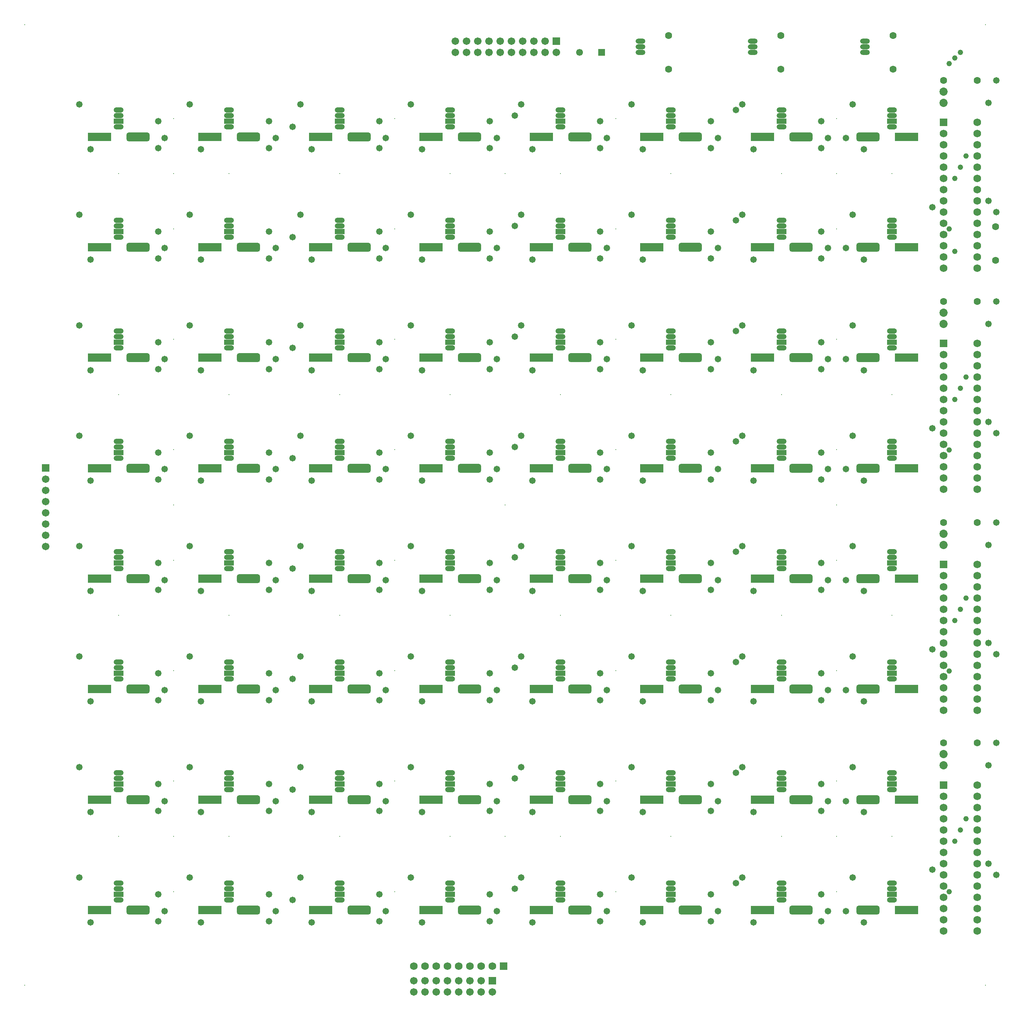
<source format=gts>
%FSTAX23Y23*%
%MOIN*%
%SFA1B1*%

%IPPOS*%
%AMD38*
4,1,8,-0.084000,-0.039000,0.084000,-0.039000,0.104000,-0.019000,0.104000,0.019000,0.084000,0.039000,-0.084000,0.039000,-0.104000,0.019000,-0.104000,-0.019000,-0.084000,-0.039000,0.0*
1,1,0.040000,-0.084000,-0.019000*
1,1,0.040000,0.084000,-0.019000*
1,1,0.040000,0.084000,0.019000*
1,1,0.040000,-0.084000,0.019000*
%
G04~CAMADD=38~8~0.0~0.0~2080.0~780.0~200.0~0.0~15~0.0~0.0~0.0~0.0~0~0.0~0.0~0.0~0.0~0~0.0~0.0~0.0~180.0~2080.0~780.0*
%ADD38D38*%
%ADD39R,0.208000X0.078000*%
%ADD40C,0.067000*%
%ADD41R,0.067000X0.067000*%
%ADD42C,0.061000*%
%ADD43R,0.061000X0.061000*%
%ADD44C,0.008000*%
%ADD45C,0.058000*%
%ADD46O,0.088000X0.048000*%
%ADD47R,0.088000X0.048000*%
%ADD48C,0.063000*%
%ADD49O,0.087000X0.047000*%
%ADD50O,0.087000X0.047000*%
%ADD51C,0.068000*%
%ADD52R,0.068000X0.068000*%
%ADD53R,0.067000X0.067000*%
%ADD54R,0.068000X0.068000*%
%ADD55C,0.073000*%
%ADD56C,0.048000*%
%LNchronomepcbv2_2-1*%
%LPD*%
G54D38*
X09476Y03561D03*
Y10451D03*
X0888D03*
X07895D03*
X06911D03*
X05927D03*
X04943D03*
X03958D03*
X02974D03*
X09476Y09467D03*
X0888D03*
X07895D03*
X06911D03*
X05927D03*
X04943D03*
X03958D03*
X02974D03*
X09476Y08482D03*
X0888D03*
X07895D03*
X06911D03*
X05927D03*
X04943D03*
X03958D03*
X02974D03*
X09476Y07498D03*
X0888D03*
X07895D03*
X06911D03*
X05927D03*
X04943D03*
X03958D03*
X02974D03*
X09476Y06514D03*
X0888D03*
X07895D03*
X06911D03*
X05927D03*
X04943D03*
X03958D03*
X02974D03*
X09476Y0553D03*
X0888D03*
X07895D03*
X06911D03*
X05927D03*
X04943D03*
X03958D03*
X02974D03*
X09476Y04545D03*
X0888D03*
X07895D03*
X06911D03*
X05927D03*
X04943D03*
X03958D03*
X02974D03*
X0888Y03561D03*
X07895D03*
X06911D03*
X05927D03*
X04943D03*
X03958D03*
X02974D03*
G54D39*
X09819Y03561D03*
Y10451D03*
X08537D03*
X07552D03*
X06568D03*
X05584D03*
X046D03*
X03615D03*
X02631D03*
X09819Y09467D03*
X08537D03*
X07552D03*
X06568D03*
X05584D03*
X046D03*
X03615D03*
X02631D03*
X09819Y08482D03*
X08537D03*
X07552D03*
X06568D03*
X05584D03*
X046D03*
X03615D03*
X02631D03*
X09819Y07498D03*
X08537D03*
X07552D03*
X06568D03*
X05584D03*
X046D03*
X03615D03*
X02631D03*
X09819Y06514D03*
X08537D03*
X07552D03*
X06568D03*
X05584D03*
X046D03*
X03615D03*
X02631D03*
X09819Y0553D03*
X08537D03*
X07552D03*
X06568D03*
X05584D03*
X046D03*
X03615D03*
X02631D03*
X09819Y04545D03*
X08537D03*
X07552D03*
X06568D03*
X05584D03*
X046D03*
X03615D03*
X02631D03*
X08537Y03561D03*
X07552D03*
X06568D03*
X05584D03*
X046D03*
X03615D03*
X02631D03*
G54D40*
X0543Y0283D03*
X0553D03*
X0563D03*
X0573D03*
X0583D03*
X0593D03*
X0603D03*
X0613D03*
X0543Y0293D03*
X0553D03*
X0563D03*
X0573D03*
X0583D03*
X0593D03*
X0603D03*
X058Y11205D03*
X059D03*
X06D03*
X061D03*
X062D03*
X063D03*
X064D03*
X065D03*
X066D03*
X067D03*
X058Y11305D03*
X059D03*
X06D03*
X061D03*
X062D03*
X063D03*
X064D03*
X065D03*
X066D03*
X0215Y074D03*
Y073D03*
Y072D03*
Y071D03*
Y07D03*
Y069D03*
Y068D03*
G54D41*
X0613Y0293D03*
X067Y11305D03*
G54D42*
X06907Y11205D03*
G54D43*
X07103Y11205D03*
G54D44*
X01965Y1145D03*
X10525D03*
Y0289D03*
X01965D03*
X03292Y10123D03*
X06245D03*
X09198D03*
X03292Y0717D03*
X06245D03*
X09198D03*
X06245Y04217D03*
X09198D03*
X03292D03*
X028D03*
X08706Y10123D03*
X06737D03*
X028D03*
X03784D03*
X04769D03*
X05753D03*
X07721D03*
X0969D03*
X08706Y08154D03*
X06737D03*
X028D03*
X03784D03*
X04769D03*
X05753D03*
X07721D03*
X0969D03*
X08706Y06186D03*
X06737D03*
X028D03*
X03784D03*
X04769D03*
X05753D03*
X07721D03*
X0969D03*
X08706Y04217D03*
X06737D03*
X04769D03*
X03784D03*
X05753D03*
X07721D03*
X0969D03*
X03292Y10615D03*
X05261D03*
X07229D03*
X09198D03*
X03292Y09631D03*
X05261D03*
X07229D03*
X09198D03*
X03292Y08646D03*
X05261D03*
X07229D03*
X09198D03*
X03292Y07662D03*
X05261D03*
X07229D03*
X09198D03*
X03292Y06678D03*
X05261D03*
X07229D03*
X09198D03*
X03292Y05694D03*
X05261D03*
X07229D03*
X09198D03*
X03292Y04709D03*
X05261D03*
X07229D03*
X09198D03*
X05261Y03725D03*
X07229D03*
X09198D03*
X03292D03*
G54D45*
X0944Y1034D03*
X08456D03*
X07471D03*
X06487D03*
X05503D03*
X04519D03*
X03534D03*
X0255D03*
X0944Y09356D03*
X08456D03*
X07471D03*
X06487D03*
X05503D03*
X04519D03*
X03534D03*
X0255D03*
X0944Y08371D03*
X08456D03*
X07471D03*
X06487D03*
X05503D03*
X04519D03*
X03534D03*
X0255D03*
X0944Y07387D03*
X08456D03*
X07471D03*
X06487D03*
X05503D03*
X04519D03*
X03534D03*
X0255D03*
X0944Y06403D03*
X08456D03*
X07471D03*
X06487D03*
X05503D03*
X04519D03*
X03534D03*
X0255D03*
X0944Y05419D03*
X08456D03*
X07471D03*
X06487D03*
X05503D03*
X04519D03*
X03534D03*
X0255D03*
X0944Y04434D03*
X08456D03*
X07471D03*
X06487D03*
X05503D03*
X04519D03*
X03534D03*
X0255D03*
X0944Y0345D03*
X08456D03*
X07471D03*
X06487D03*
X05503D03*
X04519D03*
X03534D03*
X0255D03*
X05123Y037D03*
X0906Y0346D03*
Y037D03*
X08076Y0346D03*
Y037D03*
X07091Y0346D03*
Y037D03*
X06107Y0346D03*
X05123D03*
X04139D03*
Y037D03*
X03154Y0346D03*
Y037D03*
Y04444D03*
Y04684D03*
X04139Y04444D03*
Y04684D03*
X05123Y04444D03*
Y04684D03*
X06107Y04444D03*
Y04684D03*
X07091D03*
Y04444D03*
X08076Y04684D03*
Y04444D03*
X0906Y04684D03*
Y04444D03*
Y05669D03*
Y05429D03*
X08076Y05669D03*
Y05429D03*
X07091Y05669D03*
Y05429D03*
X06107Y05669D03*
Y05429D03*
X05123Y05669D03*
Y05429D03*
X04139Y05669D03*
Y05429D03*
X03154Y05669D03*
Y05429D03*
Y06653D03*
Y06413D03*
X04139Y06653D03*
Y06413D03*
X05123Y06653D03*
Y06413D03*
X06107Y06653D03*
Y06413D03*
X07091Y06653D03*
Y06413D03*
X08076Y06653D03*
Y06413D03*
X0906Y06653D03*
Y06413D03*
Y07637D03*
Y07397D03*
X08076Y07637D03*
Y07397D03*
X07091Y07637D03*
Y07397D03*
X06107Y07637D03*
Y07397D03*
X05123Y07637D03*
Y07397D03*
X04139Y07637D03*
Y07397D03*
X03154Y07637D03*
Y07397D03*
Y08621D03*
Y08381D03*
X04139Y08621D03*
Y08381D03*
X05123Y08621D03*
Y08381D03*
X06107Y08621D03*
Y08381D03*
X07091Y08621D03*
Y08381D03*
X08076Y08621D03*
Y08381D03*
X0906Y08621D03*
Y08381D03*
Y09606D03*
Y09366D03*
X08076Y09606D03*
Y09366D03*
X07091Y09606D03*
Y09366D03*
X06107Y09606D03*
Y09366D03*
X05123Y09606D03*
Y09366D03*
X04139Y09606D03*
Y09366D03*
X03154Y09606D03*
Y09366D03*
Y1059D03*
Y1035D03*
X04139Y1059D03*
Y1035D03*
X05123Y1059D03*
Y1035D03*
X06107Y1059D03*
Y1035D03*
X07091Y1059D03*
Y1035D03*
X08076Y1059D03*
Y1035D03*
X0906D03*
Y1059D03*
X0934Y1074D03*
X08356D03*
X07371D03*
X06387D03*
X05403D03*
X04419D03*
X03434D03*
X0245D03*
X0934Y09756D03*
X08356D03*
X07371D03*
X06387D03*
X05403D03*
X04419D03*
X03434D03*
X0245D03*
X0934Y08771D03*
X08356D03*
X07371D03*
X06387D03*
X05403D03*
X04419D03*
X03434D03*
X0245D03*
X0934Y07787D03*
X08356D03*
X07371D03*
X06387D03*
X05403D03*
X04419D03*
X03434D03*
X0245D03*
X0934Y06803D03*
X08356D03*
X07371D03*
X06387D03*
X05403D03*
X04419D03*
X03434D03*
X0245D03*
X0934Y05819D03*
X08356D03*
X07371D03*
X06387D03*
X05403D03*
X04419D03*
X03434D03*
X0245D03*
X0934Y04834D03*
X08356D03*
X07371D03*
X06387D03*
X05403D03*
X04419D03*
X03434D03*
X0245D03*
X0934Y0385D03*
X08356D03*
X07371D03*
X06387D03*
X05403D03*
X04419D03*
X03434D03*
X0245D03*
X0321Y0355D03*
Y1044D03*
Y0946D03*
Y0847D03*
Y0749D03*
Y065D03*
Y0552D03*
Y0453D03*
X042D03*
Y0552D03*
Y065D03*
Y0749D03*
Y0847D03*
Y0946D03*
Y1044D03*
X0518Y0453D03*
Y065D03*
Y0749D03*
Y0847D03*
Y0946D03*
Y1044D03*
X0617Y0453D03*
Y0552D03*
Y065D03*
Y0749D03*
Y0847D03*
Y0946D03*
Y1044D03*
Y0355D03*
X0814Y0453D03*
Y0552D03*
Y065D03*
Y0749D03*
Y0847D03*
Y0946D03*
Y1044D03*
Y0355D03*
X0912Y0453D03*
Y0552D03*
Y065D03*
Y0749D03*
Y0847D03*
Y0946D03*
Y1044D03*
Y0355D03*
X0518Y0552D03*
Y0355D03*
X042D03*
X0715D03*
Y0453D03*
Y0749D03*
Y1044D03*
Y0552D03*
Y065D03*
Y0847D03*
Y0946D03*
X0928Y1044D03*
Y0946D03*
Y0847D03*
Y0749D03*
Y065D03*
Y0552D03*
Y0453D03*
Y0355D03*
X0435Y0365D03*
Y04634D03*
Y05619D03*
Y06603D03*
Y07587D03*
Y08571D03*
Y09556D03*
Y1054D03*
X06331Y1064D03*
Y09656D03*
Y08671D03*
Y07687D03*
Y06703D03*
Y05719D03*
Y04734D03*
Y0375D03*
X083Y1069D03*
Y09706D03*
Y08721D03*
Y07737D03*
Y06753D03*
Y05769D03*
Y04784D03*
Y038D03*
X1055Y0988D03*
Y10755D03*
Y08785D03*
Y0791D03*
Y06814D03*
Y0485D03*
Y03975D03*
X1062Y10955D03*
Y0978D03*
Y0781D03*
Y08985D03*
Y0584D03*
Y07015D03*
X1055Y0594D03*
X1062Y03875D03*
Y0505D03*
X1005Y09825D03*
Y07855D03*
Y0392D03*
Y05885D03*
X06107Y037D03*
G54D46*
X0969Y1054D03*
Y1064D03*
Y1069D03*
X08706D03*
Y1064D03*
Y1054D03*
X07721D03*
Y1064D03*
Y1069D03*
X06737D03*
Y1064D03*
Y1054D03*
X05753D03*
Y1064D03*
Y1069D03*
X04769D03*
Y1064D03*
Y1054D03*
X03784D03*
Y1064D03*
Y1069D03*
X028D03*
Y1064D03*
Y1054D03*
X0969Y09556D03*
Y09656D03*
Y09706D03*
X08706D03*
Y09656D03*
Y09556D03*
X07721D03*
Y09656D03*
Y09706D03*
X06737D03*
Y09656D03*
Y09556D03*
X05753D03*
Y09656D03*
Y09706D03*
X04769D03*
Y09656D03*
Y09556D03*
X03784D03*
Y09656D03*
Y09706D03*
X028D03*
Y09656D03*
Y09556D03*
X0969Y08571D03*
Y08671D03*
Y08721D03*
X08706D03*
Y08671D03*
Y08571D03*
X07721D03*
Y08671D03*
Y08721D03*
X06737D03*
Y08671D03*
Y08571D03*
X05753D03*
Y08671D03*
Y08721D03*
X04769D03*
Y08671D03*
Y08571D03*
X03784D03*
Y08671D03*
Y08721D03*
X028D03*
Y08671D03*
Y08571D03*
X0969Y07587D03*
Y07687D03*
Y07737D03*
X08706D03*
Y07687D03*
Y07587D03*
X07721D03*
Y07687D03*
Y07737D03*
X06737D03*
Y07687D03*
Y07587D03*
X05753D03*
Y07687D03*
Y07737D03*
X04769D03*
Y07687D03*
Y07587D03*
X03784D03*
Y07687D03*
Y07737D03*
X028D03*
Y07687D03*
Y07587D03*
X0969Y06603D03*
Y06703D03*
Y06753D03*
X08706D03*
Y06703D03*
Y06603D03*
X07721D03*
Y06703D03*
Y06753D03*
X06737D03*
Y06703D03*
Y06603D03*
X05753D03*
Y06703D03*
Y06753D03*
X04769D03*
Y06703D03*
Y06603D03*
X03784D03*
Y06703D03*
Y06753D03*
X028D03*
Y06703D03*
Y06603D03*
X0969Y05619D03*
Y05719D03*
Y05769D03*
X08706D03*
Y05719D03*
Y05619D03*
X07721D03*
Y05719D03*
Y05769D03*
X06737D03*
Y05719D03*
Y05619D03*
X05753D03*
Y05719D03*
Y05769D03*
X04769D03*
Y05719D03*
Y05619D03*
X03784D03*
Y05719D03*
Y05769D03*
X028D03*
Y05719D03*
Y05619D03*
X0969Y04634D03*
Y04734D03*
Y04784D03*
X08706D03*
Y04734D03*
Y04634D03*
X07721D03*
Y04734D03*
Y04784D03*
X06737D03*
Y04734D03*
Y04634D03*
X05753D03*
Y04734D03*
Y04784D03*
X04769D03*
Y04734D03*
Y04634D03*
X03784D03*
Y04734D03*
Y04784D03*
X028D03*
Y04734D03*
Y04634D03*
X0969Y0365D03*
Y0375D03*
Y038D03*
X08706D03*
Y0375D03*
Y0365D03*
X07721D03*
Y0375D03*
Y038D03*
X06737D03*
Y0375D03*
Y0365D03*
X05753D03*
Y0375D03*
Y038D03*
X04769D03*
Y0375D03*
Y0365D03*
X03784D03*
Y0375D03*
Y038D03*
X028D03*
Y0375D03*
Y0365D03*
G54D47*
X0969Y1059D03*
X08706D03*
X07721D03*
X06737D03*
X05753D03*
X04769D03*
X03784D03*
X028D03*
X0969Y09606D03*
X08706D03*
X07721D03*
X06737D03*
X05753D03*
X04769D03*
X03784D03*
X028D03*
X0969Y08621D03*
X08706D03*
X07721D03*
X06737D03*
X05753D03*
X04769D03*
X03784D03*
X028D03*
X0969Y07637D03*
X08706D03*
X07721D03*
X06737D03*
X05753D03*
X04769D03*
X03784D03*
X028D03*
X0969Y06653D03*
X08706D03*
X07721D03*
X06737D03*
X05753D03*
X04769D03*
X03784D03*
X028D03*
X0969Y05669D03*
X08706D03*
X07721D03*
X06737D03*
X05753D03*
X04769D03*
X03784D03*
X028D03*
X0969Y04684D03*
X08706D03*
X07721D03*
X06737D03*
X05753D03*
X04769D03*
X03784D03*
X028D03*
X0969Y037D03*
X08706D03*
X07721D03*
X06737D03*
X05753D03*
X04769D03*
X03784D03*
X028D03*
G54D48*
X077Y11055D03*
Y11355D03*
X087Y11055D03*
Y11355D03*
X097Y11055D03*
Y11355D03*
X1015Y0505D03*
X1045D03*
X1015Y07015D03*
X1045D03*
X1015Y08985D03*
X1045D03*
X1015Y10955D03*
X1045D03*
X10615Y0935D03*
Y0965D03*
G54D49*
X0745Y11205D03*
Y11305D03*
X0845Y11205D03*
Y11305D03*
X0945Y11205D03*
Y11305D03*
G54D50*
X0745Y11255D03*
X0845D03*
X0945D03*
G54D51*
X1045Y03375D03*
Y03475D03*
Y03575D03*
Y03675D03*
Y03775D03*
Y03875D03*
Y03975D03*
Y04075D03*
Y04175D03*
Y04275D03*
Y04375D03*
Y04475D03*
Y04575D03*
Y04675D03*
X1015Y03375D03*
Y03475D03*
Y03575D03*
Y03675D03*
Y03775D03*
Y03875D03*
Y03975D03*
Y04075D03*
Y04175D03*
Y04275D03*
Y04375D03*
Y04475D03*
Y04575D03*
X1045Y0534D03*
Y0544D03*
Y0554D03*
Y0564D03*
Y0574D03*
Y0584D03*
Y0594D03*
Y0604D03*
Y0614D03*
Y0624D03*
Y0634D03*
Y0644D03*
Y0654D03*
Y0664D03*
X1015Y0534D03*
Y0544D03*
Y0554D03*
Y0564D03*
Y0574D03*
Y0584D03*
Y0594D03*
Y0604D03*
Y0614D03*
Y0624D03*
Y0634D03*
Y0644D03*
Y0654D03*
X1045Y0731D03*
Y0741D03*
Y0751D03*
Y0761D03*
Y0771D03*
Y0781D03*
Y0791D03*
Y0801D03*
Y0811D03*
Y0821D03*
Y0831D03*
Y0841D03*
Y0851D03*
Y0861D03*
X1015Y0731D03*
Y0741D03*
Y0751D03*
Y0761D03*
Y0771D03*
Y0781D03*
Y0791D03*
Y0801D03*
Y0811D03*
Y0821D03*
Y0831D03*
Y0841D03*
Y0851D03*
X1045Y0928D03*
Y0938D03*
Y0948D03*
Y0958D03*
Y0968D03*
Y0978D03*
Y0988D03*
Y0998D03*
Y1008D03*
Y1018D03*
Y1028D03*
Y1038D03*
Y1048D03*
Y1058D03*
X1015Y0928D03*
Y0938D03*
Y0948D03*
Y0958D03*
Y0968D03*
Y0978D03*
Y0988D03*
Y0998D03*
Y1008D03*
Y1018D03*
Y1028D03*
Y1038D03*
Y1048D03*
X0613Y0306D03*
X0603D03*
X0593D03*
X0583D03*
X0573D03*
X0563D03*
X0553D03*
X0543D03*
G54D52*
X1015Y04675D03*
Y0664D03*
Y0861D03*
Y1058D03*
G54D53*
X0215Y075D03*
G54D54*
X0623Y0306D03*
G54D55*
X1015Y10855D03*
Y10755D03*
Y08885D03*
Y08785D03*
Y06915D03*
Y06815D03*
Y0495D03*
Y0485D03*
G54D56*
X103Y11205D03*
X1025Y11155D03*
X102Y11105D03*
X1025Y1008D03*
X103Y1018D03*
X10202Y0963D03*
X1035Y1028D03*
X1025Y0811D03*
X103Y0821D03*
X10202Y0766D03*
X1035Y0831D03*
X1025Y0614D03*
X103Y0624D03*
X10202Y0569D03*
X1035Y0634D03*
X1025Y04175D03*
X103Y04275D03*
X10202Y03725D03*
X1035Y04375D03*
X1025Y0943D03*
M02*
</source>
